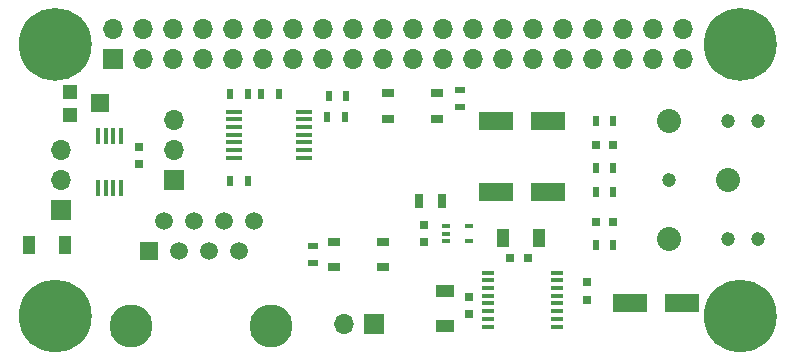
<source format=gts>
G04 #@! TF.FileFunction,Soldermask,Top*
%FSLAX46Y46*%
G04 Gerber Fmt 4.6, Leading zero omitted, Abs format (unit mm)*
G04 Created by KiCad (PCBNEW 4.0.7) date Tue Mar 13 19:37:47 2018*
%MOMM*%
%LPD*%
G01*
G04 APERTURE LIST*
%ADD10C,0.025400*%
%ADD11C,0.150000*%
%ADD12R,0.450000X1.450000*%
%ADD13R,3.000000X1.600000*%
%ADD14R,1.600000X1.000000*%
%ADD15C,2.032000*%
%ADD16C,1.193800*%
%ADD17R,0.800000X0.750000*%
%ADD18R,0.750000X0.800000*%
%ADD19C,3.650000*%
%ADD20R,1.500000X1.500000*%
%ADD21C,1.500000*%
%ADD22R,1.700000X1.700000*%
%ADD23O,1.700000X1.700000*%
%ADD24R,0.700000X1.300000*%
%ADD25R,0.500000X0.900000*%
%ADD26R,1.500000X1.600000*%
%ADD27R,1.200000X1.200000*%
%ADD28R,1.000000X0.400000*%
%ADD29R,0.900000X0.500000*%
%ADD30R,1.450000X0.450000*%
%ADD31R,1.050000X0.650000*%
%ADD32R,0.650000X0.400000*%
%ADD33R,1.000000X1.600000*%
%ADD34C,2.750000*%
G04 APERTURE END LIST*
D10*
D11*
X163865746Y-119000000D02*
G75*
G03X163865746Y-119000000I-2865746J0D01*
G01*
X163000000Y-119000000D02*
G75*
G03X163000000Y-119000000I-2000000J0D01*
G01*
X163683282Y-119000000D02*
G75*
G03X163683282Y-119000000I-2683282J0D01*
G01*
X163903877Y-119000000D02*
G75*
G03X163903877Y-119000000I-2903877J0D01*
G01*
X163761340Y-119000000D02*
G75*
G03X163761340Y-119000000I-2761340J0D01*
G01*
X163611992Y-119000000D02*
G75*
G03X163611992Y-119000000I-2611992J0D01*
G01*
X163375921Y-119000000D02*
G75*
G03X163375921Y-119000000I-2375921J0D01*
G01*
X163252221Y-119000000D02*
G75*
G03X163252221Y-119000000I-2252221J0D01*
G01*
X163114829Y-119000000D02*
G75*
G03X163114829Y-119000000I-2114829J0D01*
G01*
X163150581Y-119000000D02*
G75*
G03X163150581Y-119000000I-2150581J0D01*
G01*
X162852701Y-119000000D02*
G75*
G03X162852701Y-119000000I-1852701J0D01*
G01*
X162752855Y-119000000D02*
G75*
G03X162752855Y-119000000I-1752855J0D01*
G01*
X162619413Y-119000000D02*
G75*
G03X162619413Y-119000000I-1619413J0D01*
G01*
X162422146Y-119000000D02*
G75*
G03X162422146Y-119000000I-1422146J0D01*
G01*
X162500000Y-119000000D02*
G75*
G03X162500000Y-119000000I-1500000J0D01*
G01*
X163000000Y-119000000D02*
G75*
G03X163000000Y-119000000I-2000000J0D01*
G01*
X163500000Y-119000000D02*
G75*
G03X163500000Y-119000000I-2500000J0D01*
G01*
X164000000Y-119000000D02*
G75*
G03X164000000Y-119000000I-3000000J0D01*
G01*
X163865746Y-96000000D02*
G75*
G03X163865746Y-96000000I-2865746J0D01*
G01*
X163000000Y-96000000D02*
G75*
G03X163000000Y-96000000I-2000000J0D01*
G01*
X163683282Y-96000000D02*
G75*
G03X163683282Y-96000000I-2683282J0D01*
G01*
X163903877Y-96000000D02*
G75*
G03X163903877Y-96000000I-2903877J0D01*
G01*
X163761340Y-96000000D02*
G75*
G03X163761340Y-96000000I-2761340J0D01*
G01*
X163611992Y-96000000D02*
G75*
G03X163611992Y-96000000I-2611992J0D01*
G01*
X163375921Y-96000000D02*
G75*
G03X163375921Y-96000000I-2375921J0D01*
G01*
X163252221Y-96000000D02*
G75*
G03X163252221Y-96000000I-2252221J0D01*
G01*
X163114829Y-96000000D02*
G75*
G03X163114829Y-96000000I-2114829J0D01*
G01*
X163150581Y-96000000D02*
G75*
G03X163150581Y-96000000I-2150581J0D01*
G01*
X162852701Y-96000000D02*
G75*
G03X162852701Y-96000000I-1852701J0D01*
G01*
X162752855Y-96000000D02*
G75*
G03X162752855Y-96000000I-1752855J0D01*
G01*
X162619413Y-96000000D02*
G75*
G03X162619413Y-96000000I-1619413J0D01*
G01*
X162422146Y-96000000D02*
G75*
G03X162422146Y-96000000I-1422146J0D01*
G01*
X162500000Y-96000000D02*
G75*
G03X162500000Y-96000000I-1500000J0D01*
G01*
X163000000Y-96000000D02*
G75*
G03X163000000Y-96000000I-2000000J0D01*
G01*
X163500000Y-96000000D02*
G75*
G03X163500000Y-96000000I-2500000J0D01*
G01*
X164000000Y-96000000D02*
G75*
G03X164000000Y-96000000I-3000000J0D01*
G01*
X105865746Y-119000000D02*
G75*
G03X105865746Y-119000000I-2865746J0D01*
G01*
X105000000Y-119000000D02*
G75*
G03X105000000Y-119000000I-2000000J0D01*
G01*
X105683282Y-119000000D02*
G75*
G03X105683282Y-119000000I-2683282J0D01*
G01*
X105903877Y-119000000D02*
G75*
G03X105903877Y-119000000I-2903877J0D01*
G01*
X105761340Y-119000000D02*
G75*
G03X105761340Y-119000000I-2761340J0D01*
G01*
X105611992Y-119000000D02*
G75*
G03X105611992Y-119000000I-2611992J0D01*
G01*
X105375921Y-119000000D02*
G75*
G03X105375921Y-119000000I-2375921J0D01*
G01*
X105252221Y-119000000D02*
G75*
G03X105252221Y-119000000I-2252221J0D01*
G01*
X105114829Y-119000000D02*
G75*
G03X105114829Y-119000000I-2114829J0D01*
G01*
X105150581Y-119000000D02*
G75*
G03X105150581Y-119000000I-2150581J0D01*
G01*
X104852701Y-119000000D02*
G75*
G03X104852701Y-119000000I-1852701J0D01*
G01*
X104752855Y-119000000D02*
G75*
G03X104752855Y-119000000I-1752855J0D01*
G01*
X104619413Y-119000000D02*
G75*
G03X104619413Y-119000000I-1619413J0D01*
G01*
X104422146Y-119000000D02*
G75*
G03X104422146Y-119000000I-1422146J0D01*
G01*
X104500000Y-119000000D02*
G75*
G03X104500000Y-119000000I-1500000J0D01*
G01*
X105000000Y-119000000D02*
G75*
G03X105000000Y-119000000I-2000000J0D01*
G01*
X105500000Y-119000000D02*
G75*
G03X105500000Y-119000000I-2500000J0D01*
G01*
X106000000Y-119000000D02*
G75*
G03X106000000Y-119000000I-3000000J0D01*
G01*
X105865746Y-96000000D02*
G75*
G03X105865746Y-96000000I-2865746J0D01*
G01*
X105000000Y-96000000D02*
G75*
G03X105000000Y-96000000I-2000000J0D01*
G01*
X105683282Y-96000000D02*
G75*
G03X105683282Y-96000000I-2683282J0D01*
G01*
X105903877Y-96000000D02*
G75*
G03X105903877Y-96000000I-2903877J0D01*
G01*
X105761340Y-96000000D02*
G75*
G03X105761340Y-96000000I-2761340J0D01*
G01*
X105611992Y-96000000D02*
G75*
G03X105611992Y-96000000I-2611992J0D01*
G01*
X105375921Y-96000000D02*
G75*
G03X105375921Y-96000000I-2375921J0D01*
G01*
X105252221Y-96000000D02*
G75*
G03X105252221Y-96000000I-2252221J0D01*
G01*
X105114829Y-96000000D02*
G75*
G03X105114829Y-96000000I-2114829J0D01*
G01*
X105150581Y-96000000D02*
G75*
G03X105150581Y-96000000I-2150581J0D01*
G01*
X104852701Y-96000000D02*
G75*
G03X104852701Y-96000000I-1852701J0D01*
G01*
X104752855Y-96000000D02*
G75*
G03X104752855Y-96000000I-1752855J0D01*
G01*
X104619413Y-96000000D02*
G75*
G03X104619413Y-96000000I-1619413J0D01*
G01*
X104422146Y-96000000D02*
G75*
G03X104422146Y-96000000I-1422146J0D01*
G01*
X104500000Y-96000000D02*
G75*
G03X104500000Y-96000000I-1500000J0D01*
G01*
X105000000Y-96000000D02*
G75*
G03X105000000Y-96000000I-2000000J0D01*
G01*
X105500000Y-96000000D02*
G75*
G03X105500000Y-96000000I-2500000J0D01*
G01*
X106000000Y-96000000D02*
G75*
G03X106000000Y-96000000I-3000000J0D01*
G01*
D12*
X108559580Y-103721120D03*
X107909580Y-103721120D03*
X107259580Y-103721120D03*
X106609580Y-103721120D03*
X106609580Y-108121120D03*
X107259580Y-108121120D03*
X107909580Y-108121120D03*
X108559580Y-108121120D03*
D13*
X151643180Y-117864320D03*
X156043180Y-117864320D03*
D14*
X136032580Y-116867120D03*
X136032580Y-119867120D03*
D15*
X155000000Y-112500000D03*
X160000000Y-107500000D03*
X155000000Y-102500000D03*
D16*
X160000000Y-112500000D03*
X160000000Y-102500000D03*
X155000000Y-107500000D03*
X162500000Y-112500000D03*
X162500000Y-102500000D03*
D17*
X143036180Y-114054320D03*
X141536180Y-114054320D03*
D13*
X140300000Y-108500000D03*
X144700000Y-108500000D03*
X140300000Y-102500000D03*
X144700000Y-102500000D03*
D18*
X110124580Y-104663120D03*
X110124580Y-106163120D03*
D19*
X121300000Y-119850000D03*
X109430000Y-119850000D03*
D20*
X110920000Y-113500000D03*
D21*
X112190000Y-110960000D03*
X113460000Y-113500000D03*
X114730000Y-110960000D03*
X116000000Y-113500000D03*
X117270000Y-110960000D03*
X118540000Y-113500000D03*
X119810000Y-110960000D03*
D22*
X103500000Y-110040000D03*
D23*
X103500000Y-107500000D03*
X103500000Y-104960000D03*
D24*
X133812580Y-109223120D03*
X135712580Y-109223120D03*
D25*
X150250000Y-108500000D03*
X148750000Y-108500000D03*
X150250000Y-113000000D03*
X148750000Y-113000000D03*
X150250000Y-102500000D03*
X148750000Y-102500000D03*
X150250000Y-106500000D03*
X148750000Y-106500000D03*
X127542180Y-102116320D03*
X126042180Y-102116320D03*
X119287180Y-100211320D03*
X117787180Y-100211320D03*
X121954180Y-100211320D03*
X120454180Y-100211320D03*
X117787180Y-107577320D03*
X119287180Y-107577320D03*
D26*
X106750000Y-101000000D03*
D27*
X104250000Y-100000000D03*
X104250000Y-102000000D03*
D28*
X139640180Y-115335320D03*
X139640180Y-115985320D03*
X139640180Y-116635320D03*
X139640180Y-117285320D03*
X139640180Y-117935320D03*
X139640180Y-118585320D03*
X139640180Y-119235320D03*
X139640180Y-119885320D03*
X145440180Y-119885320D03*
X145440180Y-119235320D03*
X145440180Y-118585320D03*
X145440180Y-117935320D03*
X145440180Y-117285320D03*
X145440180Y-116635320D03*
X145440180Y-115985320D03*
X145440180Y-115335320D03*
D22*
X107870000Y-97270000D03*
D23*
X107870000Y-94730000D03*
X110410000Y-97270000D03*
X110410000Y-94730000D03*
X112950000Y-97270000D03*
X112950000Y-94730000D03*
X115490000Y-97270000D03*
X115490000Y-94730000D03*
X118030000Y-97270000D03*
X118030000Y-94730000D03*
X120570000Y-97270000D03*
X120570000Y-94730000D03*
X123110000Y-97270000D03*
X123110000Y-94730000D03*
X125650000Y-97270000D03*
X125650000Y-94730000D03*
X128190000Y-97270000D03*
X128190000Y-94730000D03*
X130730000Y-97270000D03*
X130730000Y-94730000D03*
X133270000Y-97270000D03*
X133270000Y-94730000D03*
X135810000Y-97270000D03*
X135810000Y-94730000D03*
X138350000Y-97270000D03*
X138350000Y-94730000D03*
X140890000Y-97270000D03*
X140890000Y-94730000D03*
X143430000Y-97270000D03*
X143430000Y-94730000D03*
X145970000Y-97270000D03*
X145970000Y-94730000D03*
X148510000Y-97270000D03*
X148510000Y-94730000D03*
X151050000Y-97270000D03*
X151050000Y-94730000D03*
X153590000Y-97270000D03*
X153590000Y-94730000D03*
X156130000Y-97270000D03*
X156130000Y-94730000D03*
D22*
X129967180Y-119642320D03*
D23*
X127427180Y-119642320D03*
D29*
X137302580Y-101325120D03*
X137302580Y-99825120D03*
X124856580Y-114533120D03*
X124856580Y-113033120D03*
D30*
X118127180Y-101690320D03*
X118127180Y-102340320D03*
X118127180Y-102990320D03*
X118127180Y-103640320D03*
X118127180Y-104290320D03*
X118127180Y-104940320D03*
X118127180Y-105590320D03*
X124027180Y-105590320D03*
X124027180Y-104940320D03*
X124027180Y-104290320D03*
X124027180Y-103640320D03*
X124027180Y-102990320D03*
X124027180Y-102340320D03*
X124027180Y-101690320D03*
D31*
X130741580Y-114870120D03*
X126591580Y-114870120D03*
X130741580Y-112720120D03*
X126591580Y-112720120D03*
X131163580Y-100152320D03*
X135313580Y-100152320D03*
X131163580Y-102302320D03*
X135313580Y-102302320D03*
D18*
X134254580Y-111267120D03*
X134254580Y-112767120D03*
X138064580Y-118863120D03*
X138064580Y-117363120D03*
D22*
X113012580Y-107445120D03*
D23*
X113012580Y-104905120D03*
X113012580Y-102365120D03*
D25*
X126138580Y-100333120D03*
X127638580Y-100333120D03*
D32*
X136098580Y-111367120D03*
X136098580Y-112667120D03*
X136098580Y-112017120D03*
X137998580Y-112667120D03*
X137998580Y-111367120D03*
D33*
X140937180Y-112403320D03*
X143937180Y-112403320D03*
X100801380Y-112982320D03*
X103801380Y-112982320D03*
D17*
X150250000Y-111000000D03*
X148750000Y-111000000D03*
X150250000Y-104500000D03*
X148750000Y-104500000D03*
D18*
X148001180Y-116110320D03*
X148001180Y-117610320D03*
D34*
X161000000Y-119000000D03*
X161000000Y-96000000D03*
X103000000Y-119000000D03*
X103000000Y-96000000D03*
M02*

</source>
